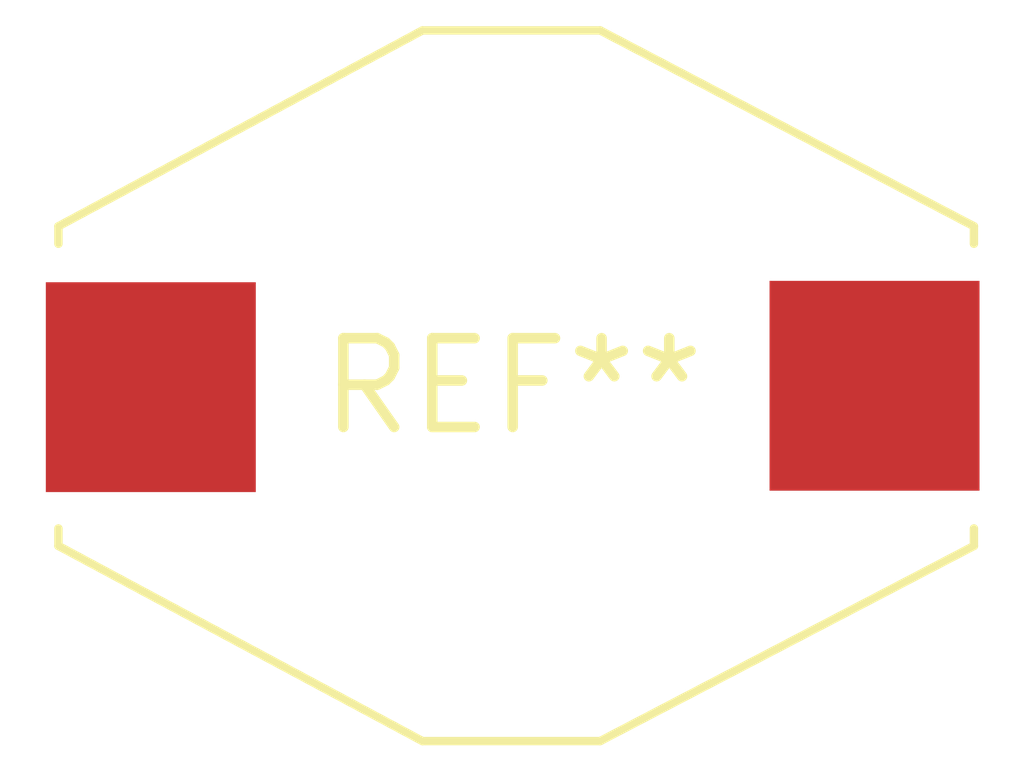
<source format=kicad_pcb>
(kicad_pcb (version 20240108) (generator pcbnew)
  (layers (0 "F.Cu" signal) (31 "B.Cu" signal) (34 "B.Paste" user) (35 "F.Paste" user) (36 "B.SilkS" user "B.Silkscreen") (37 "F.SilkS" user "F.Silkscreen") (38 "B.Mask" user) (39 "F.Mask" user) (44 "Edge.Cuts" user))
  (net 0 "")
  (footprint "L_Fastron_PISN" (layer "F.Cu") (at 0 0)
    (property "Reference" "REF**")
    (property "Value" "L_Fastron_PISN")
    (fp_line (start -6.49 -2.29) (end -6.49 -2.04) (layer "F.SilkS") (stroke (width 0.12)))
    (fp_line (start -6.49 2.28) (end -6.49 2.03) (layer "F.SilkS") (stroke (width 0.12)))
    (fp_line (start -1.29 -5.09) (end -6.49 -2.29) (layer "F.SilkS") (stroke (width 0.12)))
    (fp_line (start -1.29 -5.09) (end 1.25 -5.09) (layer "F.SilkS") (stroke (width 0.12)))
    (fp_line (start -1.29 5.07) (end -6.49 2.28) (layer "F.SilkS") (stroke (width 0.12)))
    (fp_line (start -1.29 5.07) (end 1.25 5.07) (layer "F.SilkS") (stroke (width 0.12)))
    (fp_line (start 1.25 -5.09) (end 6.59 -2.29) (layer "F.SilkS") (stroke (width 0.12)))
    (fp_line (start 1.25 5.07) (end 6.59 2.28) (layer "F.SilkS") (stroke (width 0.12)))
    (fp_line (start 6.59 -2.29) (end 6.59 -2.04) (layer "F.SilkS") (stroke (width 0.12)))
    (fp_line (start 6.59 2.28) (end 6.59 2.03) (layer "F.SilkS") (stroke (width 0.12)))
    (pad "1" smd rect (at 5.17 -0.01) (size 3 3) (layers "F.Cu" "F.Paste" "F.Mask"))
    (pad "2" smd rect (at -5.17 0.01) (size 3 3) (layers "F.Cu" "F.Paste" "F.Mask"))
  )
)
</source>
